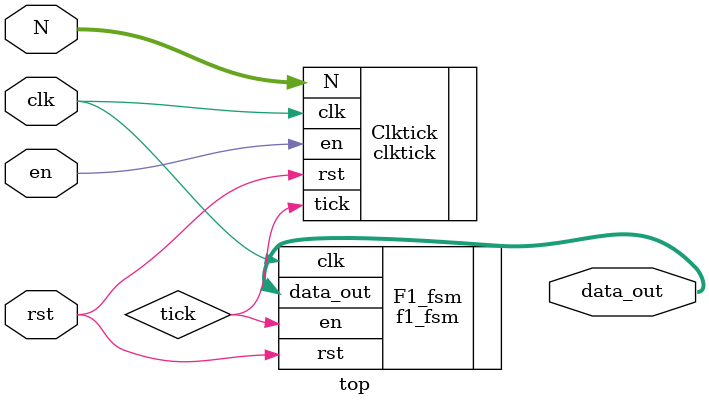
<source format=sv>
module top #(
    parameter WIDTH = 16
) (
    input logic [WIDTH-1:0] N,
    input logic en,
    input logic rst,
    input logic clk,
    output logic [7:0] data_out
);
    logic tick;
    clktick Clktick(
        .clk(clk),
        .rst(rst),
        .en(en),
        .N(N),
        .tick(tick)
    );

    f1_fsm F1_fsm(
        .rst(rst),
        .en(tick),
        .clk(clk),
        .data_out(data_out)
    );
    
endmodule

</source>
